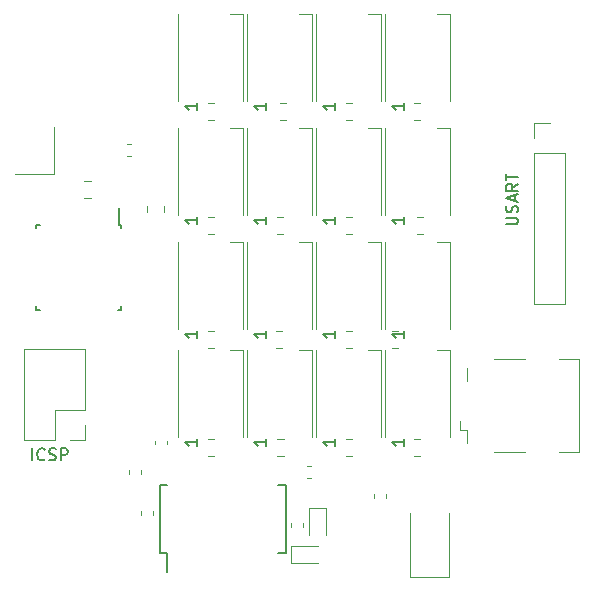
<source format=gbr>
%TF.GenerationSoftware,KiCad,Pcbnew,(5.1.6)-1*%
%TF.CreationDate,2020-07-28T23:07:53-07:00*%
%TF.ProjectId,Atmel,41746d65-6c2e-46b6-9963-61645f706362,rev?*%
%TF.SameCoordinates,Original*%
%TF.FileFunction,Legend,Top*%
%TF.FilePolarity,Positive*%
%FSLAX46Y46*%
G04 Gerber Fmt 4.6, Leading zero omitted, Abs format (unit mm)*
G04 Created by KiCad (PCBNEW (5.1.6)-1) date 2020-07-28 23:07:53*
%MOMM*%
%LPD*%
G01*
G04 APERTURE LIST*
%ADD10C,0.150000*%
%ADD11C,0.120000*%
G04 APERTURE END LIST*
D10*
X27823809Y-106752380D02*
X27823809Y-105752380D01*
X28871428Y-106657142D02*
X28823809Y-106704761D01*
X28680952Y-106752380D01*
X28585714Y-106752380D01*
X28442857Y-106704761D01*
X28347619Y-106609523D01*
X28300000Y-106514285D01*
X28252380Y-106323809D01*
X28252380Y-106180952D01*
X28300000Y-105990476D01*
X28347619Y-105895238D01*
X28442857Y-105800000D01*
X28585714Y-105752380D01*
X28680952Y-105752380D01*
X28823809Y-105800000D01*
X28871428Y-105847619D01*
X29252380Y-106704761D02*
X29395238Y-106752380D01*
X29633333Y-106752380D01*
X29728571Y-106704761D01*
X29776190Y-106657142D01*
X29823809Y-106561904D01*
X29823809Y-106466666D01*
X29776190Y-106371428D01*
X29728571Y-106323809D01*
X29633333Y-106276190D01*
X29442857Y-106228571D01*
X29347619Y-106180952D01*
X29300000Y-106133333D01*
X29252380Y-106038095D01*
X29252380Y-105942857D01*
X29300000Y-105847619D01*
X29347619Y-105800000D01*
X29442857Y-105752380D01*
X29680952Y-105752380D01*
X29823809Y-105800000D01*
X30252380Y-106752380D02*
X30252380Y-105752380D01*
X30633333Y-105752380D01*
X30728571Y-105800000D01*
X30776190Y-105847619D01*
X30823809Y-105942857D01*
X30823809Y-106085714D01*
X30776190Y-106180952D01*
X30728571Y-106228571D01*
X30633333Y-106276190D01*
X30252380Y-106276190D01*
X67952380Y-86771428D02*
X68761904Y-86771428D01*
X68857142Y-86723809D01*
X68904761Y-86676190D01*
X68952380Y-86580952D01*
X68952380Y-86390476D01*
X68904761Y-86295238D01*
X68857142Y-86247619D01*
X68761904Y-86200000D01*
X67952380Y-86200000D01*
X68904761Y-85771428D02*
X68952380Y-85628571D01*
X68952380Y-85390476D01*
X68904761Y-85295238D01*
X68857142Y-85247619D01*
X68761904Y-85200000D01*
X68666666Y-85200000D01*
X68571428Y-85247619D01*
X68523809Y-85295238D01*
X68476190Y-85390476D01*
X68428571Y-85580952D01*
X68380952Y-85676190D01*
X68333333Y-85723809D01*
X68238095Y-85771428D01*
X68142857Y-85771428D01*
X68047619Y-85723809D01*
X68000000Y-85676190D01*
X67952380Y-85580952D01*
X67952380Y-85342857D01*
X68000000Y-85200000D01*
X68666666Y-84819047D02*
X68666666Y-84342857D01*
X68952380Y-84914285D02*
X67952380Y-84580952D01*
X68952380Y-84247619D01*
X68952380Y-83342857D02*
X68476190Y-83676190D01*
X68952380Y-83914285D02*
X67952380Y-83914285D01*
X67952380Y-83533333D01*
X68000000Y-83438095D01*
X68047619Y-83390476D01*
X68142857Y-83342857D01*
X68285714Y-83342857D01*
X68380952Y-83390476D01*
X68428571Y-83438095D01*
X68476190Y-83533333D01*
X68476190Y-83914285D01*
X67952380Y-83057142D02*
X67952380Y-82485714D01*
X68952380Y-82771428D02*
X67952380Y-82771428D01*
D11*
%TO.C,C1*%
X32758578Y-83110000D02*
X32241422Y-83110000D01*
X32758578Y-84530000D02*
X32241422Y-84530000D01*
%TO.C,C5*%
X43184578Y-77926000D02*
X42667422Y-77926000D01*
X43184578Y-76506000D02*
X42667422Y-76506000D01*
%TO.C,C6*%
X49280578Y-76506000D02*
X48763422Y-76506000D01*
X49280578Y-77926000D02*
X48763422Y-77926000D01*
%TO.C,C7*%
X54868578Y-77926000D02*
X54351422Y-77926000D01*
X54868578Y-76506000D02*
X54351422Y-76506000D01*
%TO.C,C8*%
X60632078Y-76506000D02*
X60114922Y-76506000D01*
X60632078Y-77926000D02*
X60114922Y-77926000D01*
%TO.C,C9*%
X48587922Y-104954000D02*
X49105078Y-104954000D01*
X48587922Y-106374000D02*
X49105078Y-106374000D01*
%TO.C,C10*%
X54351422Y-106374000D02*
X54868578Y-106374000D01*
X54351422Y-104954000D02*
X54868578Y-104954000D01*
%TO.C,C11*%
X60114922Y-104954000D02*
X60632078Y-104954000D01*
X60114922Y-106374000D02*
X60632078Y-106374000D01*
%TO.C,C12*%
X43184578Y-87578000D02*
X42667422Y-87578000D01*
X43184578Y-86158000D02*
X42667422Y-86158000D01*
%TO.C,C13*%
X48509422Y-87578000D02*
X49026578Y-87578000D01*
X48509422Y-86158000D02*
X49026578Y-86158000D01*
%TO.C,C14*%
X54351422Y-87578000D02*
X54868578Y-87578000D01*
X54351422Y-86158000D02*
X54868578Y-86158000D01*
%TO.C,C15*%
X60368922Y-86158000D02*
X60886078Y-86158000D01*
X60368922Y-87578000D02*
X60886078Y-87578000D01*
%TO.C,C16*%
X42667422Y-95810000D02*
X43184578Y-95810000D01*
X42667422Y-97230000D02*
X43184578Y-97230000D01*
%TO.C,C17*%
X48430922Y-97230000D02*
X48948078Y-97230000D01*
X48430922Y-95810000D02*
X48948078Y-95810000D01*
%TO.C,C18*%
X54351422Y-95810000D02*
X54868578Y-95810000D01*
X54351422Y-97230000D02*
X54868578Y-97230000D01*
%TO.C,C19*%
X58241422Y-97210000D02*
X58758578Y-97210000D01*
X58241422Y-95790000D02*
X58758578Y-95790000D01*
%TO.C,C20*%
X42667422Y-104954000D02*
X43184578Y-104954000D01*
X42667422Y-106374000D02*
X43184578Y-106374000D01*
%TO.C,C21*%
X57760000Y-109912779D02*
X57760000Y-109587221D01*
X56740000Y-109912779D02*
X56740000Y-109587221D01*
%TO.C,C23*%
X36990000Y-111412779D02*
X36990000Y-111087221D01*
X38010000Y-111412779D02*
X38010000Y-111087221D01*
%TO.C,D1*%
X45676000Y-68994000D02*
X44526000Y-68994000D01*
X45676000Y-76294000D02*
X45676000Y-68994000D01*
X40176000Y-76294000D02*
X40176000Y-68994000D01*
%TO.C,D2*%
X46018000Y-76294000D02*
X46018000Y-68994000D01*
X51518000Y-76294000D02*
X51518000Y-68994000D01*
X51518000Y-68994000D02*
X50368000Y-68994000D01*
%TO.C,D3*%
X57360000Y-68994000D02*
X56210000Y-68994000D01*
X57360000Y-76294000D02*
X57360000Y-68994000D01*
X51860000Y-76294000D02*
X51860000Y-68994000D01*
%TO.C,D4*%
X57702000Y-76294000D02*
X57702000Y-68994000D01*
X63202000Y-76294000D02*
X63202000Y-68994000D01*
X63202000Y-68994000D02*
X62052000Y-68994000D01*
%TO.C,D5*%
X57702000Y-85946000D02*
X57702000Y-78646000D01*
X63202000Y-85946000D02*
X63202000Y-78646000D01*
X63202000Y-78646000D02*
X62052000Y-78646000D01*
%TO.C,D6*%
X57360000Y-78646000D02*
X56210000Y-78646000D01*
X57360000Y-85946000D02*
X57360000Y-78646000D01*
X51860000Y-85946000D02*
X51860000Y-78646000D01*
%TO.C,D7*%
X46018000Y-85946000D02*
X46018000Y-78646000D01*
X51518000Y-85946000D02*
X51518000Y-78646000D01*
X51518000Y-78646000D02*
X50368000Y-78646000D01*
%TO.C,D8*%
X45676000Y-78646000D02*
X44526000Y-78646000D01*
X45676000Y-85946000D02*
X45676000Y-78646000D01*
X40176000Y-85946000D02*
X40176000Y-78646000D01*
%TO.C,D9*%
X40176000Y-95598000D02*
X40176000Y-88298000D01*
X45676000Y-95598000D02*
X45676000Y-88298000D01*
X45676000Y-88298000D02*
X44526000Y-88298000D01*
%TO.C,D10*%
X51518000Y-88298000D02*
X50368000Y-88298000D01*
X51518000Y-95598000D02*
X51518000Y-88298000D01*
X46018000Y-95598000D02*
X46018000Y-88298000D01*
%TO.C,D11*%
X51860000Y-95598000D02*
X51860000Y-88298000D01*
X57360000Y-95598000D02*
X57360000Y-88298000D01*
X57360000Y-88298000D02*
X56210000Y-88298000D01*
%TO.C,D12*%
X63202000Y-88298000D02*
X62052000Y-88298000D01*
X63202000Y-95598000D02*
X63202000Y-88298000D01*
X57702000Y-95598000D02*
X57702000Y-88298000D01*
%TO.C,D13*%
X57702000Y-104742000D02*
X57702000Y-97442000D01*
X63202000Y-104742000D02*
X63202000Y-97442000D01*
X63202000Y-97442000D02*
X62052000Y-97442000D01*
%TO.C,D14*%
X57360000Y-97442000D02*
X56210000Y-97442000D01*
X57360000Y-104742000D02*
X57360000Y-97442000D01*
X51860000Y-104742000D02*
X51860000Y-97442000D01*
%TO.C,D15*%
X46018000Y-104742000D02*
X46018000Y-97442000D01*
X51518000Y-104742000D02*
X51518000Y-97442000D01*
X51518000Y-97442000D02*
X50368000Y-97442000D01*
%TO.C,D16*%
X45676000Y-97442000D02*
X44526000Y-97442000D01*
X45676000Y-104742000D02*
X45676000Y-97442000D01*
X40176000Y-104742000D02*
X40176000Y-97442000D01*
%TO.C,D17*%
X49765000Y-115485000D02*
X52050000Y-115485000D01*
X49765000Y-114015000D02*
X49765000Y-115485000D01*
X52050000Y-114015000D02*
X49765000Y-114015000D01*
%TO.C,D18*%
X59818000Y-116652000D02*
X63118000Y-116652000D01*
X63118000Y-116652000D02*
X63118000Y-111252000D01*
X59818000Y-116652000D02*
X59818000Y-111252000D01*
%TO.C,D19*%
X52735000Y-113050000D02*
X52735000Y-110765000D01*
X52735000Y-110765000D02*
X51265000Y-110765000D01*
X51265000Y-110765000D02*
X51265000Y-113050000D01*
%TO.C,J1*%
X32330000Y-97340000D02*
X27130000Y-97340000D01*
X32330000Y-102480000D02*
X32330000Y-97340000D01*
X27130000Y-105080000D02*
X27130000Y-97340000D01*
X32330000Y-102480000D02*
X29730000Y-102480000D01*
X29730000Y-102480000D02*
X29730000Y-105080000D01*
X29730000Y-105080000D02*
X27130000Y-105080000D01*
X32330000Y-103750000D02*
X32330000Y-105080000D01*
X32330000Y-105080000D02*
X31000000Y-105080000D01*
%TO.C,J2*%
X70298000Y-93530000D02*
X72958000Y-93530000D01*
X70298000Y-80770000D02*
X70298000Y-93530000D01*
X72958000Y-80770000D02*
X72958000Y-93530000D01*
X70298000Y-80770000D02*
X72958000Y-80770000D01*
X70298000Y-79500000D02*
X70298000Y-78170000D01*
X70298000Y-78170000D02*
X71628000Y-78170000D01*
%TO.C,J3*%
X69522000Y-106068000D02*
X66922000Y-106068000D01*
X66922000Y-98148000D02*
X69522000Y-98148000D01*
X64612000Y-105308000D02*
X64612000Y-104158000D01*
X64612000Y-104158000D02*
X64022000Y-104158000D01*
X64022000Y-104158000D02*
X64022000Y-103458000D01*
X64612000Y-100058000D02*
X64612000Y-98908000D01*
X72422000Y-106068000D02*
X74082000Y-106068000D01*
X74082000Y-106068000D02*
X74082000Y-98148000D01*
X74082000Y-98148000D02*
X72422000Y-98148000D01*
%TO.C,R1*%
X35837221Y-79990000D02*
X36162779Y-79990000D01*
X35837221Y-81010000D02*
X36162779Y-81010000D01*
%TO.C,R2*%
X39260000Y-105087221D02*
X39260000Y-105412779D01*
X38240000Y-105087221D02*
X38240000Y-105412779D01*
%TO.C,R3*%
X35990000Y-107587221D02*
X35990000Y-107912779D01*
X37010000Y-107587221D02*
X37010000Y-107912779D01*
%TO.C,R4*%
X49740000Y-112412779D02*
X49740000Y-112087221D01*
X50760000Y-112412779D02*
X50760000Y-112087221D01*
%TO.C,R5*%
X51412779Y-107240000D02*
X51087221Y-107240000D01*
X51412779Y-108260000D02*
X51087221Y-108260000D01*
%TO.C,R6*%
X38960000Y-85241422D02*
X38960000Y-85758578D01*
X37540000Y-85241422D02*
X37540000Y-85758578D01*
D10*
%TO.C,U1*%
X35375000Y-86799000D02*
X35150000Y-86799000D01*
X35375000Y-94049000D02*
X35050000Y-94049000D01*
X28125000Y-94049000D02*
X28450000Y-94049000D01*
X28125000Y-86799000D02*
X28450000Y-86799000D01*
X35375000Y-86799000D02*
X35375000Y-87124000D01*
X28125000Y-86799000D02*
X28125000Y-87124000D01*
X28125000Y-94049000D02*
X28125000Y-93724000D01*
X35375000Y-94049000D02*
X35375000Y-93724000D01*
X35150000Y-86799000D02*
X35150000Y-85374000D01*
%TO.C,U2*%
X38617000Y-114635000D02*
X39192000Y-114635000D01*
X38617000Y-108885000D02*
X39267000Y-108885000D01*
X49267000Y-108885000D02*
X48617000Y-108885000D01*
X49267000Y-114635000D02*
X48617000Y-114635000D01*
X38617000Y-114635000D02*
X38617000Y-108885000D01*
X49267000Y-114635000D02*
X49267000Y-108885000D01*
X39192000Y-114635000D02*
X39192000Y-116235000D01*
D11*
%TO.C,Y1*%
X26350000Y-82500000D02*
X29650000Y-82500000D01*
X29650000Y-82500000D02*
X29650000Y-78500000D01*
%TO.C,D1*%
D10*
X41778380Y-76508285D02*
X41778380Y-77079714D01*
X41778380Y-76794000D02*
X40778380Y-76794000D01*
X40921238Y-76889238D01*
X41016476Y-76984476D01*
X41064095Y-77079714D01*
%TO.C,D2*%
X47620380Y-76508285D02*
X47620380Y-77079714D01*
X47620380Y-76794000D02*
X46620380Y-76794000D01*
X46763238Y-76889238D01*
X46858476Y-76984476D01*
X46906095Y-77079714D01*
%TO.C,D3*%
X53462380Y-76508285D02*
X53462380Y-77079714D01*
X53462380Y-76794000D02*
X52462380Y-76794000D01*
X52605238Y-76889238D01*
X52700476Y-76984476D01*
X52748095Y-77079714D01*
%TO.C,D4*%
X59304380Y-76508285D02*
X59304380Y-77079714D01*
X59304380Y-76794000D02*
X58304380Y-76794000D01*
X58447238Y-76889238D01*
X58542476Y-76984476D01*
X58590095Y-77079714D01*
%TO.C,D5*%
X59304380Y-86160285D02*
X59304380Y-86731714D01*
X59304380Y-86446000D02*
X58304380Y-86446000D01*
X58447238Y-86541238D01*
X58542476Y-86636476D01*
X58590095Y-86731714D01*
%TO.C,D6*%
X53462380Y-86160285D02*
X53462380Y-86731714D01*
X53462380Y-86446000D02*
X52462380Y-86446000D01*
X52605238Y-86541238D01*
X52700476Y-86636476D01*
X52748095Y-86731714D01*
%TO.C,D7*%
X47620380Y-86160285D02*
X47620380Y-86731714D01*
X47620380Y-86446000D02*
X46620380Y-86446000D01*
X46763238Y-86541238D01*
X46858476Y-86636476D01*
X46906095Y-86731714D01*
%TO.C,D8*%
X41778380Y-86160285D02*
X41778380Y-86731714D01*
X41778380Y-86446000D02*
X40778380Y-86446000D01*
X40921238Y-86541238D01*
X41016476Y-86636476D01*
X41064095Y-86731714D01*
%TO.C,D9*%
X41778380Y-95812285D02*
X41778380Y-96383714D01*
X41778380Y-96098000D02*
X40778380Y-96098000D01*
X40921238Y-96193238D01*
X41016476Y-96288476D01*
X41064095Y-96383714D01*
%TO.C,D10*%
X47620380Y-95812285D02*
X47620380Y-96383714D01*
X47620380Y-96098000D02*
X46620380Y-96098000D01*
X46763238Y-96193238D01*
X46858476Y-96288476D01*
X46906095Y-96383714D01*
%TO.C,D11*%
X53462380Y-95812285D02*
X53462380Y-96383714D01*
X53462380Y-96098000D02*
X52462380Y-96098000D01*
X52605238Y-96193238D01*
X52700476Y-96288476D01*
X52748095Y-96383714D01*
%TO.C,D12*%
X59304380Y-95812285D02*
X59304380Y-96383714D01*
X59304380Y-96098000D02*
X58304380Y-96098000D01*
X58447238Y-96193238D01*
X58542476Y-96288476D01*
X58590095Y-96383714D01*
%TO.C,D13*%
X59304380Y-104956285D02*
X59304380Y-105527714D01*
X59304380Y-105242000D02*
X58304380Y-105242000D01*
X58447238Y-105337238D01*
X58542476Y-105432476D01*
X58590095Y-105527714D01*
%TO.C,D14*%
X53462380Y-104956285D02*
X53462380Y-105527714D01*
X53462380Y-105242000D02*
X52462380Y-105242000D01*
X52605238Y-105337238D01*
X52700476Y-105432476D01*
X52748095Y-105527714D01*
%TO.C,D15*%
X47620380Y-104956285D02*
X47620380Y-105527714D01*
X47620380Y-105242000D02*
X46620380Y-105242000D01*
X46763238Y-105337238D01*
X46858476Y-105432476D01*
X46906095Y-105527714D01*
%TO.C,D16*%
X41778380Y-104956285D02*
X41778380Y-105527714D01*
X41778380Y-105242000D02*
X40778380Y-105242000D01*
X40921238Y-105337238D01*
X41016476Y-105432476D01*
X41064095Y-105527714D01*
%TD*%
M02*

</source>
